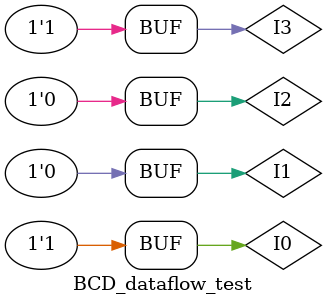
<source format=v>
`timescale 1ns / 1ps


module BCD_dataflow_test;

	// Inputs
	reg I0;
	reg I1;
	reg I2;
	reg I3;

	// Outputs
	wire [6:0] Y;

	// Instantiate the Unit Under Test (UUT)
	BCD_dataflow uut (
		.Y(Y), 
		.I0(I0), 
		.I1(I1), 
		.I2(I2), 
		.I3(I3)
	);

	initial begin
		// Initialize Inputs
		I0 = 0;	I1 = 0;	I2 = 0;	I3 = 0; #100; //0000
		I0 = 0;	I1 = 0;	I2 = 0;	I3 = 1; #100; //0001
		I0 = 0;	I1 = 0;	I2 = 1;	I3 = 0; #100; //0010
		I0 = 0;	I1 = 0;	I2 = 1;	I3 = 1; #100; //0011
		I0 = 0;	I1 = 1;	I2 = 0;	I3 = 0; #100; //0100
		I0 = 0;	I1 = 1;	I2 = 0;	I3 = 1; #100; //0101
		I0 = 0;	I1 = 1;	I2 = 1;	I3 = 0; #100; //0110
		I0 = 0;	I1 = 1;	I2 = 1;	I3 = 1; #100; //0111
		I0 = 1;	I1 = 0;	I2 = 0;	I3 = 0; #100; //1000
		I0 = 1;	I1 = 0;	I2 = 0;	I3 = 1; #100; //1001		

		// Wait 100 ns for global reset to finish
		#100;
        
		// Add stimulus here

	end
      
endmodule


</source>
